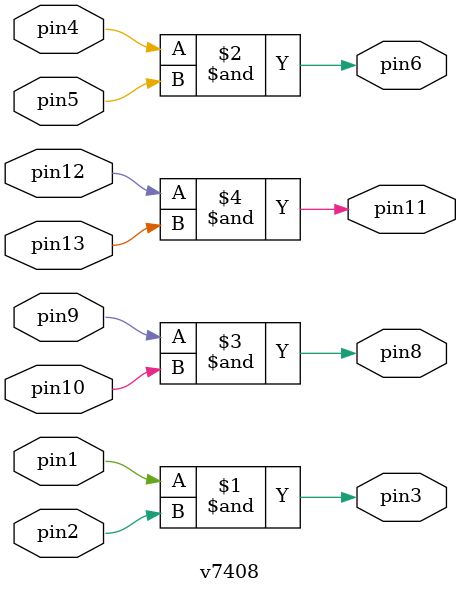
<source format=v>
`timescale 1ns / 1ns // `timescale time_unit/time_precision


/* top-level entity for v7408 chip logic test */
module testAND (input [9:0] SW, output [9:0] LEDR);

				// SW[0], SW[1] are the inputs and LEDR[0] is the output
				v7408 C1(.pin1(SW[0]), .pin2(SW[1]), .pin3(LEDR[0]));

endmodule // testAND


/* Quad 2-input AND chip */
module v7408 (input pin1, pin2, pin4, pin5, pin9, pin10, pin12, pin13, 
				output pin3, pin6, pin8, pin11);
				
				assign pin3 = pin1 & pin2;
				assign pin6 = pin4 & pin5;
				assign pin8 = pin9 & pin10;
				assign pin11 = pin12 & pin13;
				
endmodule // v7408
</source>
